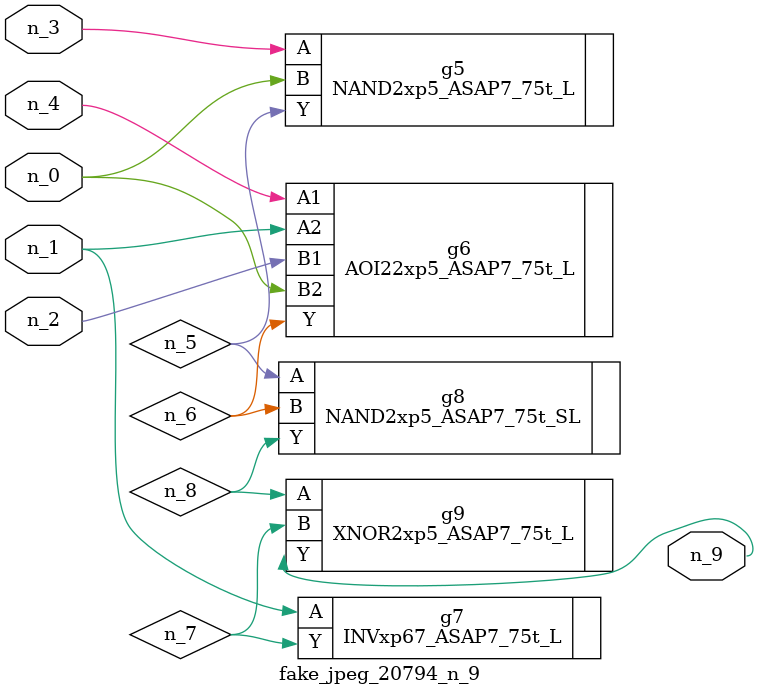
<source format=v>
module fake_jpeg_20794_n_9 (n_3, n_2, n_1, n_0, n_4, n_9);

input n_3;
input n_2;
input n_1;
input n_0;
input n_4;

output n_9;

wire n_8;
wire n_6;
wire n_5;
wire n_7;

NAND2xp5_ASAP7_75t_L g5 ( 
.A(n_3),
.B(n_0),
.Y(n_5)
);

AOI22xp5_ASAP7_75t_L g6 ( 
.A1(n_4),
.A2(n_1),
.B1(n_2),
.B2(n_0),
.Y(n_6)
);

INVxp67_ASAP7_75t_L g7 ( 
.A(n_1),
.Y(n_7)
);

NAND2xp5_ASAP7_75t_SL g8 ( 
.A(n_5),
.B(n_6),
.Y(n_8)
);

XNOR2xp5_ASAP7_75t_L g9 ( 
.A(n_8),
.B(n_7),
.Y(n_9)
);


endmodule
</source>
